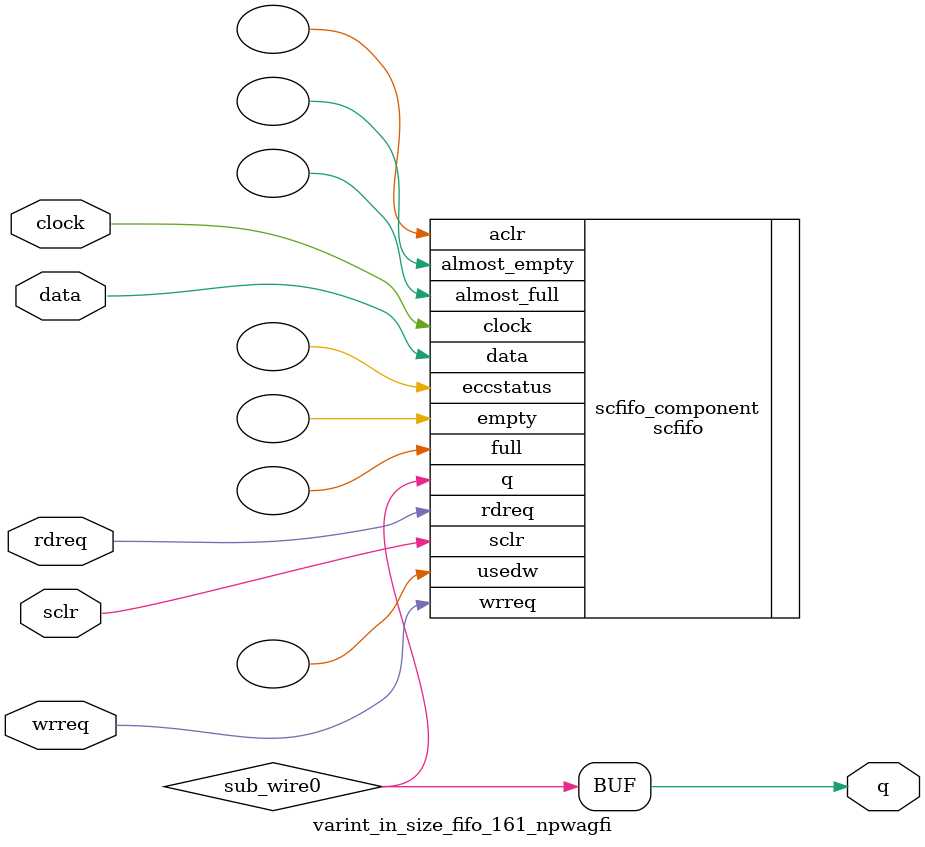
<source format=v>



`timescale 1 ps / 1 ps
// synopsys translate_on
module  varint_in_size_fifo_161_npwagfi  (
    clock,
    data,
    rdreq,
    sclr,
    wrreq,
    q);

    input    clock;
    input  [0:0]  data;
    input    rdreq;
    input    sclr;
    input    wrreq;
    output [0:0]  q;

    wire [0:0] sub_wire0;
    wire [0:0] q = sub_wire0[0:0];

    scfifo  scfifo_component (
                .clock (clock),
                .data (data),
                .rdreq (rdreq),
                .sclr (sclr),
                .wrreq (wrreq),
                .q (sub_wire0),
                .aclr (),
                .almost_empty (),
                .almost_full (),
                .eccstatus (),
                .empty (),
                .full (),
                .usedw ());
    defparam
        scfifo_component.add_ram_output_register  = "ON",
        scfifo_component.enable_ecc  = "FALSE",
        scfifo_component.intended_device_family  = "Arria 10",
        scfifo_component.lpm_numwords  = 1024,
        scfifo_component.lpm_showahead  = "OFF",
        scfifo_component.lpm_type  = "scfifo",
        scfifo_component.lpm_width  = 1,
        scfifo_component.lpm_widthu  = 10,
        scfifo_component.overflow_checking  = "ON",
        scfifo_component.underflow_checking  = "ON",
        scfifo_component.use_eab  = "ON";


endmodule



</source>
